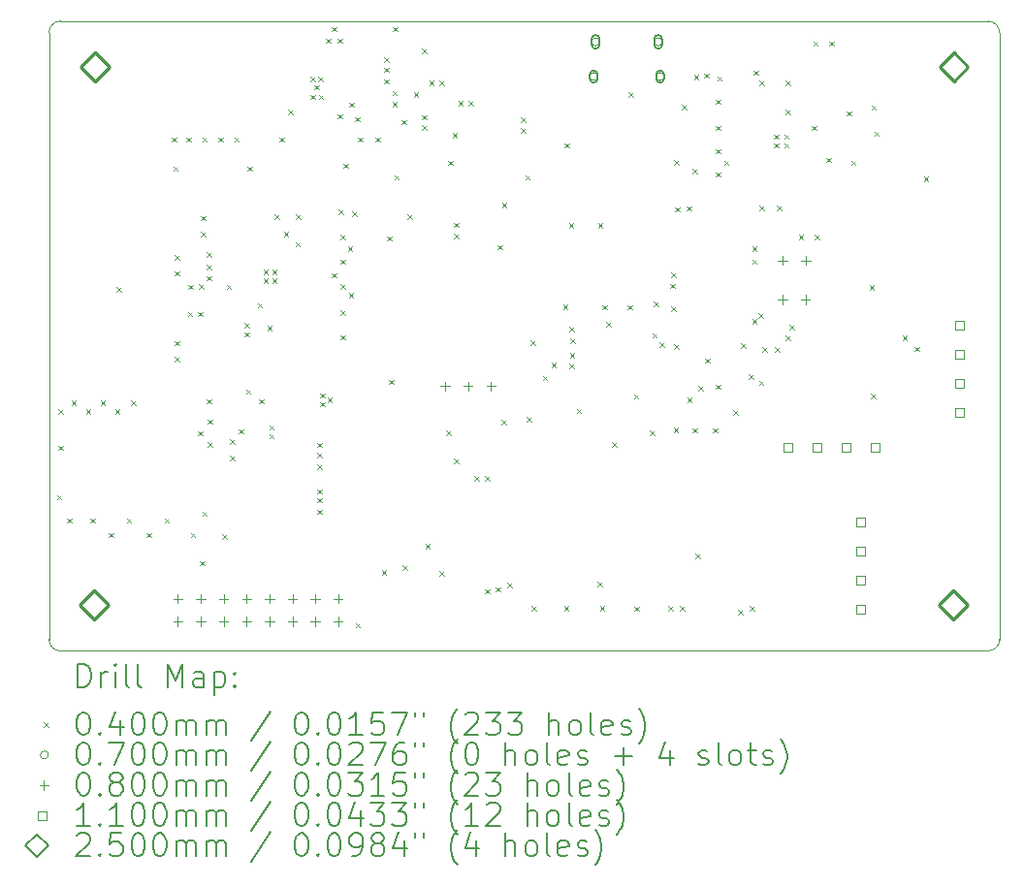
<source format=gbr>
%TF.GenerationSoftware,KiCad,Pcbnew,(6.0.11-0)*%
%TF.CreationDate,2023-04-07T11:55:59-07:00*%
%TF.ProjectId,SADA_Board,53414441-5f42-46f6-9172-642e6b696361,rev?*%
%TF.SameCoordinates,Original*%
%TF.FileFunction,Drillmap*%
%TF.FilePolarity,Positive*%
%FSLAX45Y45*%
G04 Gerber Fmt 4.5, Leading zero omitted, Abs format (unit mm)*
G04 Created by KiCad (PCBNEW (6.0.11-0)) date 2023-04-07 11:55:59*
%MOMM*%
%LPD*%
G01*
G04 APERTURE LIST*
%ADD10C,0.100000*%
%ADD11C,0.200000*%
%ADD12C,0.040000*%
%ADD13C,0.070000*%
%ADD14C,0.080000*%
%ADD15C,0.110000*%
%ADD16C,0.250000*%
G04 APERTURE END LIST*
D10*
X10478509Y-12217000D02*
X10478509Y-6916714D01*
X10578514Y-6816709D02*
G75*
G03*
X10478509Y-6916714I-4J-100001D01*
G01*
X18778091Y-6916714D02*
X18778091Y-12217000D01*
X18678086Y-12317001D02*
G75*
G03*
X18778091Y-12217000I4J100001D01*
G01*
X10478505Y-12217000D02*
G75*
G03*
X10578514Y-12317005I100005J0D01*
G01*
X18778091Y-6916714D02*
G75*
G03*
X18678086Y-6816709I-100001J4D01*
G01*
X18678086Y-12317005D02*
X10578514Y-12317005D01*
X10578514Y-6816709D02*
X18678086Y-6816709D01*
D11*
D12*
X10547300Y-10956800D02*
X10587300Y-10996800D01*
X10587300Y-10956800D02*
X10547300Y-10996800D01*
X10560000Y-10207500D02*
X10600000Y-10247500D01*
X10600000Y-10207500D02*
X10560000Y-10247500D01*
X10560000Y-10525000D02*
X10600000Y-10565000D01*
X10600000Y-10525000D02*
X10560000Y-10565000D01*
X10636200Y-11160000D02*
X10676200Y-11200000D01*
X10676200Y-11160000D02*
X10636200Y-11200000D01*
X10674300Y-10131300D02*
X10714300Y-10171300D01*
X10714300Y-10131300D02*
X10674300Y-10171300D01*
X10801300Y-10207500D02*
X10841300Y-10247500D01*
X10841300Y-10207500D02*
X10801300Y-10247500D01*
X10839400Y-11160000D02*
X10879400Y-11200000D01*
X10879400Y-11160000D02*
X10839400Y-11200000D01*
X10928300Y-10131300D02*
X10968300Y-10171300D01*
X10968300Y-10131300D02*
X10928300Y-10171300D01*
X10996880Y-11287000D02*
X11036880Y-11327000D01*
X11036880Y-11287000D02*
X10996880Y-11327000D01*
X11055300Y-10207500D02*
X11095300Y-10247500D01*
X11095300Y-10207500D02*
X11055300Y-10247500D01*
X11068000Y-9140700D02*
X11108000Y-9180700D01*
X11108000Y-9140700D02*
X11068000Y-9180700D01*
X11156900Y-11160000D02*
X11196900Y-11200000D01*
X11196900Y-11160000D02*
X11156900Y-11200000D01*
X11195000Y-10131300D02*
X11235000Y-10171300D01*
X11235000Y-10131300D02*
X11195000Y-10171300D01*
X11332160Y-11287000D02*
X11372160Y-11327000D01*
X11372160Y-11287000D02*
X11332160Y-11327000D01*
X11487100Y-11160000D02*
X11527100Y-11200000D01*
X11527100Y-11160000D02*
X11487100Y-11200000D01*
X11550600Y-7832600D02*
X11590600Y-7872600D01*
X11590600Y-7832600D02*
X11550600Y-7872600D01*
X11563300Y-8086600D02*
X11603300Y-8126600D01*
X11603300Y-8086600D02*
X11563300Y-8126600D01*
X11576000Y-8861300D02*
X11616000Y-8901300D01*
X11616000Y-8861300D02*
X11576000Y-8901300D01*
X11576000Y-9001000D02*
X11616000Y-9041000D01*
X11616000Y-9001000D02*
X11576000Y-9041000D01*
X11576000Y-9610600D02*
X11616000Y-9650600D01*
X11616000Y-9610600D02*
X11576000Y-9650600D01*
X11576000Y-9750300D02*
X11616000Y-9790300D01*
X11616000Y-9750300D02*
X11576000Y-9790300D01*
X11677600Y-7832600D02*
X11717600Y-7872600D01*
X11717600Y-7832600D02*
X11677600Y-7872600D01*
X11690300Y-9356600D02*
X11730300Y-9396600D01*
X11730300Y-9356600D02*
X11690300Y-9396600D01*
X11692840Y-9117840D02*
X11732840Y-9157840D01*
X11732840Y-9117840D02*
X11692840Y-9157840D01*
X11715700Y-11287000D02*
X11755700Y-11327000D01*
X11755700Y-11287000D02*
X11715700Y-11327000D01*
X11779200Y-9356600D02*
X11819200Y-9396600D01*
X11819200Y-9356600D02*
X11779200Y-9396600D01*
X11779200Y-10398000D02*
X11819200Y-10438000D01*
X11819200Y-10398000D02*
X11779200Y-10438000D01*
X11789360Y-9115300D02*
X11829360Y-9155300D01*
X11829360Y-9115300D02*
X11789360Y-9155300D01*
X11794440Y-11530840D02*
X11834440Y-11570840D01*
X11834440Y-11530840D02*
X11794440Y-11570840D01*
X11804600Y-8518400D02*
X11844600Y-8558400D01*
X11844600Y-8518400D02*
X11804600Y-8558400D01*
X11804600Y-8658100D02*
X11844600Y-8698100D01*
X11844600Y-8658100D02*
X11804600Y-8698100D01*
X11817300Y-7832600D02*
X11857300Y-7872600D01*
X11857300Y-7832600D02*
X11817300Y-7872600D01*
X11817300Y-11099040D02*
X11857300Y-11139040D01*
X11857300Y-11099040D02*
X11817300Y-11139040D01*
X11855400Y-10118600D02*
X11895400Y-10158600D01*
X11895400Y-10118600D02*
X11855400Y-10158600D01*
X11857940Y-8835900D02*
X11897940Y-8875900D01*
X11897940Y-8835900D02*
X11857940Y-8875900D01*
X11857940Y-8942580D02*
X11897940Y-8982580D01*
X11897940Y-8942580D02*
X11857940Y-8982580D01*
X11857940Y-9041640D02*
X11897940Y-9081640D01*
X11897940Y-9041640D02*
X11857940Y-9081640D01*
X11860480Y-10497060D02*
X11900480Y-10537060D01*
X11900480Y-10497060D02*
X11860480Y-10537060D01*
X11863020Y-10296400D02*
X11903020Y-10336400D01*
X11903020Y-10296400D02*
X11863020Y-10336400D01*
X11957000Y-7832600D02*
X11997000Y-7872600D01*
X11997000Y-7832600D02*
X11957000Y-7872600D01*
X11990800Y-11296000D02*
X12030800Y-11336000D01*
X12030800Y-11296000D02*
X11990800Y-11336000D01*
X12028120Y-9117840D02*
X12068120Y-9157840D01*
X12068120Y-9117840D02*
X12028120Y-9157840D01*
X12058600Y-10613900D02*
X12098600Y-10653900D01*
X12098600Y-10613900D02*
X12058600Y-10653900D01*
X12061200Y-10467250D02*
X12101200Y-10507250D01*
X12101200Y-10467250D02*
X12061200Y-10507250D01*
X12096700Y-7832600D02*
X12136700Y-7872600D01*
X12136700Y-7832600D02*
X12096700Y-7872600D01*
X12134200Y-10379000D02*
X12174200Y-10419000D01*
X12174200Y-10379000D02*
X12134200Y-10419000D01*
X12183060Y-9450580D02*
X12223060Y-9490580D01*
X12223060Y-9450580D02*
X12183060Y-9490580D01*
X12183060Y-9534400D02*
X12223060Y-9574400D01*
X12223060Y-9534400D02*
X12183060Y-9574400D01*
X12197200Y-10033000D02*
X12237200Y-10073000D01*
X12237200Y-10033000D02*
X12197200Y-10073000D01*
X12211000Y-8086600D02*
X12251000Y-8126600D01*
X12251000Y-8086600D02*
X12211000Y-8126600D01*
X12299900Y-9280400D02*
X12339900Y-9320400D01*
X12339900Y-9280400D02*
X12299900Y-9320400D01*
X12312600Y-10118600D02*
X12352600Y-10158600D01*
X12352600Y-10118600D02*
X12312600Y-10158600D01*
X12350700Y-8988300D02*
X12390700Y-9028300D01*
X12390700Y-8988300D02*
X12350700Y-9028300D01*
X12350700Y-9064500D02*
X12390700Y-9104500D01*
X12390700Y-9064500D02*
X12350700Y-9104500D01*
X12383720Y-9478520D02*
X12423720Y-9518520D01*
X12423720Y-9478520D02*
X12383720Y-9518520D01*
X12401500Y-10347200D02*
X12441500Y-10387200D01*
X12441500Y-10347200D02*
X12401500Y-10387200D01*
X12401500Y-10423400D02*
X12441500Y-10463400D01*
X12441500Y-10423400D02*
X12401500Y-10463400D01*
X12426900Y-8988300D02*
X12466900Y-9028300D01*
X12466900Y-8988300D02*
X12426900Y-9028300D01*
X12426900Y-9064500D02*
X12466900Y-9104500D01*
X12466900Y-9064500D02*
X12426900Y-9104500D01*
X12447220Y-8505700D02*
X12487220Y-8545700D01*
X12487220Y-8505700D02*
X12447220Y-8545700D01*
X12490400Y-7832600D02*
X12530400Y-7872600D01*
X12530400Y-7832600D02*
X12490400Y-7872600D01*
X12528500Y-8658100D02*
X12568500Y-8698100D01*
X12568500Y-8658100D02*
X12528500Y-8698100D01*
X12566600Y-7591000D02*
X12606600Y-7631000D01*
X12606600Y-7591000D02*
X12566600Y-7631000D01*
X12630100Y-8747000D02*
X12670100Y-8787000D01*
X12670100Y-8747000D02*
X12630100Y-8787000D01*
X12632640Y-8503160D02*
X12672640Y-8543160D01*
X12672640Y-8503160D02*
X12632640Y-8543160D01*
X12758800Y-7301000D02*
X12798800Y-7341000D01*
X12798800Y-7301000D02*
X12758800Y-7341000D01*
X12758800Y-7458000D02*
X12798800Y-7498000D01*
X12798800Y-7458000D02*
X12758800Y-7498000D01*
X12792800Y-7375400D02*
X12832800Y-7415400D01*
X12832800Y-7375400D02*
X12792800Y-7415400D01*
X12820600Y-10499600D02*
X12860600Y-10539600D01*
X12860600Y-10499600D02*
X12820600Y-10539600D01*
X12820600Y-10588500D02*
X12860600Y-10628500D01*
X12860600Y-10588500D02*
X12820600Y-10628500D01*
X12820600Y-10690100D02*
X12860600Y-10730100D01*
X12860600Y-10690100D02*
X12820600Y-10730100D01*
X12820600Y-10906000D02*
X12860600Y-10946000D01*
X12860600Y-10906000D02*
X12820600Y-10946000D01*
X12820600Y-10982200D02*
X12860600Y-11022200D01*
X12860600Y-10982200D02*
X12820600Y-11022200D01*
X12820600Y-11083800D02*
X12860600Y-11123800D01*
X12860600Y-11083800D02*
X12820600Y-11123800D01*
X12828800Y-7302000D02*
X12868800Y-7342000D01*
X12868800Y-7302000D02*
X12828800Y-7342000D01*
X12833800Y-7458000D02*
X12873800Y-7498000D01*
X12873800Y-7458000D02*
X12833800Y-7498000D01*
X12846000Y-10067800D02*
X12886000Y-10107800D01*
X12886000Y-10067800D02*
X12846000Y-10107800D01*
X12846000Y-10144000D02*
X12886000Y-10184000D01*
X12886000Y-10144000D02*
X12846000Y-10184000D01*
X12896800Y-6969000D02*
X12936800Y-7009000D01*
X12936800Y-6969000D02*
X12896800Y-7009000D01*
X12909500Y-10105900D02*
X12949500Y-10145900D01*
X12949500Y-10105900D02*
X12909500Y-10145900D01*
X12947600Y-6867400D02*
X12987600Y-6907400D01*
X12987600Y-6867400D02*
X12947600Y-6907400D01*
X12949710Y-9015810D02*
X12989710Y-9055810D01*
X12989710Y-9015810D02*
X12949710Y-9055810D01*
X12998400Y-6969000D02*
X13038400Y-7009000D01*
X13038400Y-6969000D02*
X12998400Y-7009000D01*
X12998400Y-7629400D02*
X13038400Y-7669400D01*
X13038400Y-7629400D02*
X12998400Y-7669400D01*
X13008560Y-8465060D02*
X13048560Y-8505060D01*
X13048560Y-8465060D02*
X13008560Y-8505060D01*
X13023800Y-8683500D02*
X13063800Y-8723500D01*
X13063800Y-8683500D02*
X13023800Y-8723500D01*
X13023800Y-8899400D02*
X13063800Y-8939400D01*
X13063800Y-8899400D02*
X13023800Y-8939400D01*
X13023800Y-9115300D02*
X13063800Y-9155300D01*
X13063800Y-9115300D02*
X13023800Y-9155300D01*
X13023800Y-9343900D02*
X13063800Y-9383900D01*
X13063800Y-9343900D02*
X13023800Y-9383900D01*
X13023800Y-9559800D02*
X13063800Y-9599800D01*
X13063800Y-9559800D02*
X13023800Y-9599800D01*
X13049200Y-8061200D02*
X13089200Y-8101200D01*
X13089200Y-8061200D02*
X13049200Y-8101200D01*
X13087300Y-8785100D02*
X13127300Y-8825100D01*
X13127300Y-8785100D02*
X13087300Y-8825100D01*
X13094920Y-9188960D02*
X13134920Y-9228960D01*
X13134920Y-9188960D02*
X13094920Y-9228960D01*
X13100000Y-7527800D02*
X13140000Y-7567800D01*
X13140000Y-7527800D02*
X13100000Y-7567800D01*
X13125400Y-8480300D02*
X13165400Y-8520300D01*
X13165400Y-8480300D02*
X13125400Y-8520300D01*
X13150800Y-7654800D02*
X13190800Y-7694800D01*
X13190800Y-7654800D02*
X13150800Y-7694800D01*
X13154200Y-12074310D02*
X13194200Y-12114310D01*
X13194200Y-12074310D02*
X13154200Y-12114310D01*
X13176200Y-7832600D02*
X13216200Y-7872600D01*
X13216200Y-7832600D02*
X13176200Y-7872600D01*
X13328600Y-7832600D02*
X13368600Y-7872600D01*
X13368600Y-7832600D02*
X13328600Y-7872600D01*
X13384200Y-11611000D02*
X13424200Y-11651000D01*
X13424200Y-11611000D02*
X13384200Y-11651000D01*
X13404800Y-7134100D02*
X13444800Y-7174100D01*
X13444800Y-7134100D02*
X13404800Y-7174100D01*
X13404800Y-7223000D02*
X13444800Y-7263000D01*
X13444800Y-7223000D02*
X13404800Y-7263000D01*
X13404800Y-7324600D02*
X13444800Y-7364600D01*
X13444800Y-7324600D02*
X13404800Y-7364600D01*
X13430200Y-8696200D02*
X13470200Y-8736200D01*
X13470200Y-8696200D02*
X13430200Y-8736200D01*
X13445200Y-9949000D02*
X13485200Y-9989000D01*
X13485200Y-9949000D02*
X13445200Y-9989000D01*
X13476800Y-7426200D02*
X13516800Y-7466200D01*
X13516800Y-7426200D02*
X13476800Y-7466200D01*
X13476800Y-7523000D02*
X13516800Y-7563000D01*
X13516800Y-7523000D02*
X13476800Y-7563000D01*
X13481000Y-6867400D02*
X13521000Y-6907400D01*
X13521000Y-6867400D02*
X13481000Y-6907400D01*
X13493700Y-8162800D02*
X13533700Y-8202800D01*
X13533700Y-8162800D02*
X13493700Y-8202800D01*
X13557200Y-7680200D02*
X13597200Y-7720200D01*
X13597200Y-7680200D02*
X13557200Y-7720200D01*
X13564200Y-11571000D02*
X13604200Y-11611000D01*
X13604200Y-11571000D02*
X13564200Y-11611000D01*
X13608000Y-8505700D02*
X13648000Y-8545700D01*
X13648000Y-8505700D02*
X13608000Y-8545700D01*
X13661800Y-7437000D02*
X13701800Y-7477000D01*
X13701800Y-7437000D02*
X13661800Y-7477000D01*
X13733800Y-7727000D02*
X13773800Y-7767000D01*
X13773800Y-7727000D02*
X13733800Y-7767000D01*
X13735000Y-7057900D02*
X13775000Y-7097900D01*
X13775000Y-7057900D02*
X13735000Y-7097900D01*
X13735800Y-7637000D02*
X13775800Y-7677000D01*
X13775800Y-7637000D02*
X13735800Y-7677000D01*
X13764200Y-11381000D02*
X13804200Y-11421000D01*
X13804200Y-11381000D02*
X13764200Y-11421000D01*
X13798500Y-7337300D02*
X13838500Y-7377300D01*
X13838500Y-7337300D02*
X13798500Y-7377300D01*
X13884200Y-11621000D02*
X13924200Y-11661000D01*
X13924200Y-11621000D02*
X13884200Y-11661000D01*
X13887400Y-7337300D02*
X13927400Y-7377300D01*
X13927400Y-7337300D02*
X13887400Y-7377300D01*
X13945820Y-10390380D02*
X13985820Y-10430380D01*
X13985820Y-10390380D02*
X13945820Y-10430380D01*
X13963600Y-8035800D02*
X14003600Y-8075800D01*
X14003600Y-8035800D02*
X13963600Y-8075800D01*
X14001700Y-7794500D02*
X14041700Y-7834500D01*
X14041700Y-7794500D02*
X14001700Y-7834500D01*
X14012800Y-8673000D02*
X14052800Y-8713000D01*
X14052800Y-8673000D02*
X14012800Y-8713000D01*
X14014200Y-10641000D02*
X14054200Y-10681000D01*
X14054200Y-10641000D02*
X14014200Y-10681000D01*
X14014400Y-8576000D02*
X14054400Y-8616000D01*
X14054400Y-8576000D02*
X14014400Y-8616000D01*
X14052500Y-7515100D02*
X14092500Y-7555100D01*
X14092500Y-7515100D02*
X14052500Y-7555100D01*
X14141400Y-7515100D02*
X14181400Y-7555100D01*
X14181400Y-7515100D02*
X14141400Y-7555100D01*
X14192720Y-10791180D02*
X14232720Y-10831180D01*
X14232720Y-10791180D02*
X14192720Y-10831180D01*
X14282184Y-11777135D02*
X14322184Y-11817135D01*
X14322184Y-11777135D02*
X14282184Y-11817135D01*
X14284120Y-10792180D02*
X14324120Y-10832180D01*
X14324120Y-10792180D02*
X14284120Y-10832180D01*
X14380701Y-11760270D02*
X14420701Y-11800270D01*
X14420701Y-11760270D02*
X14380701Y-11800270D01*
X14395400Y-8772400D02*
X14435400Y-8812400D01*
X14435400Y-8772400D02*
X14395400Y-8812400D01*
X14428420Y-10301480D02*
X14468420Y-10341480D01*
X14468420Y-10301480D02*
X14428420Y-10341480D01*
X14433500Y-8404100D02*
X14473500Y-8444100D01*
X14473500Y-8404100D02*
X14433500Y-8444100D01*
X14481193Y-11720106D02*
X14521193Y-11760106D01*
X14521193Y-11720106D02*
X14481193Y-11760106D01*
X14599800Y-7661000D02*
X14639800Y-7701000D01*
X14639800Y-7661000D02*
X14599800Y-7701000D01*
X14599800Y-7751000D02*
X14639800Y-7791000D01*
X14639800Y-7751000D02*
X14599800Y-7791000D01*
X14636700Y-8162800D02*
X14676700Y-8202800D01*
X14676700Y-8162800D02*
X14636700Y-8202800D01*
X14651940Y-10276080D02*
X14691940Y-10316080D01*
X14691940Y-10276080D02*
X14651940Y-10316080D01*
X14679880Y-9608060D02*
X14719880Y-9648060D01*
X14719880Y-9608060D02*
X14679880Y-9648060D01*
X14689080Y-11923540D02*
X14729080Y-11963540D01*
X14729080Y-11923540D02*
X14689080Y-11963540D01*
X14789100Y-9915400D02*
X14829100Y-9955400D01*
X14829100Y-9915400D02*
X14789100Y-9955400D01*
X14865300Y-9801100D02*
X14905300Y-9841100D01*
X14905300Y-9801100D02*
X14865300Y-9841100D01*
X14966900Y-9290560D02*
X15006900Y-9330560D01*
X15006900Y-9290560D02*
X14966900Y-9330560D01*
X14976100Y-11923540D02*
X15016100Y-11963540D01*
X15016100Y-11923540D02*
X14976100Y-11963540D01*
X14979600Y-7883400D02*
X15019600Y-7923400D01*
X15019600Y-7883400D02*
X14979600Y-7923400D01*
X15017700Y-8581900D02*
X15057700Y-8621900D01*
X15057700Y-8581900D02*
X15017700Y-8621900D01*
X15019740Y-9808220D02*
X15059740Y-9848220D01*
X15059740Y-9808220D02*
X15019740Y-9848220D01*
X15020240Y-9484930D02*
X15060240Y-9524930D01*
X15060240Y-9484930D02*
X15020240Y-9524930D01*
X15025320Y-9714740D02*
X15065320Y-9754740D01*
X15065320Y-9714740D02*
X15025320Y-9754740D01*
X15030253Y-9590861D02*
X15070253Y-9630861D01*
X15070253Y-9590861D02*
X15030253Y-9630861D01*
X15084379Y-10203059D02*
X15124379Y-10243059D01*
X15124379Y-10203059D02*
X15084379Y-10243059D01*
X15264200Y-11711000D02*
X15304200Y-11751000D01*
X15304200Y-11711000D02*
X15264200Y-11751000D01*
X15271700Y-8581900D02*
X15311700Y-8621900D01*
X15311700Y-8581900D02*
X15271700Y-8621900D01*
X15288520Y-11926080D02*
X15328520Y-11966080D01*
X15328520Y-11926080D02*
X15288520Y-11966080D01*
X15308100Y-9297340D02*
X15348100Y-9337340D01*
X15348100Y-9297340D02*
X15308100Y-9337340D01*
X15340280Y-9445500D02*
X15380280Y-9485500D01*
X15380280Y-9445500D02*
X15340280Y-9485500D01*
X15393620Y-10494520D02*
X15433620Y-10534520D01*
X15433620Y-10494520D02*
X15393620Y-10534520D01*
X15530780Y-9295640D02*
X15570780Y-9335640D01*
X15570780Y-9295640D02*
X15530780Y-9335640D01*
X15535860Y-7438900D02*
X15575860Y-7478900D01*
X15575860Y-7438900D02*
X15535860Y-7478900D01*
X15584120Y-10075420D02*
X15624120Y-10115420D01*
X15624120Y-10075420D02*
X15584120Y-10115420D01*
X15590780Y-11928620D02*
X15630780Y-11968620D01*
X15630780Y-11928620D02*
X15590780Y-11968620D01*
X15723820Y-10390380D02*
X15763820Y-10430380D01*
X15763820Y-10390380D02*
X15723820Y-10430380D01*
X15744779Y-9542659D02*
X15784779Y-9582659D01*
X15784779Y-9542659D02*
X15744779Y-9582659D01*
X15756840Y-9267700D02*
X15796840Y-9307700D01*
X15796840Y-9267700D02*
X15756840Y-9307700D01*
X15808993Y-9619253D02*
X15848993Y-9659253D01*
X15848993Y-9619253D02*
X15808993Y-9659253D01*
X15885420Y-11926080D02*
X15925420Y-11966080D01*
X15925420Y-11926080D02*
X15885420Y-11966080D01*
X15903736Y-9110221D02*
X15943736Y-9150221D01*
X15943736Y-9110221D02*
X15903736Y-9150221D01*
X15907671Y-9010332D02*
X15947671Y-9050332D01*
X15947671Y-9010332D02*
X15907671Y-9050332D01*
X15912708Y-9309754D02*
X15952708Y-9349754D01*
X15952708Y-9309754D02*
X15912708Y-9349754D01*
X15932350Y-10369241D02*
X15972350Y-10409241D01*
X15972350Y-10369241D02*
X15932350Y-10409241D01*
X15937180Y-8033260D02*
X15977180Y-8073260D01*
X15977180Y-8033260D02*
X15937180Y-8073260D01*
X15937180Y-9641080D02*
X15977180Y-9681080D01*
X15977180Y-9641080D02*
X15937180Y-9681080D01*
X15946334Y-8441805D02*
X15986334Y-8481805D01*
X15986334Y-8441805D02*
X15946334Y-8481805D01*
X15989560Y-11926080D02*
X16029560Y-11966080D01*
X16029560Y-11926080D02*
X15989560Y-11966080D01*
X16003220Y-7545580D02*
X16043220Y-7585580D01*
X16043220Y-7545580D02*
X16003220Y-7585580D01*
X16045865Y-8432650D02*
X16085865Y-8472650D01*
X16085865Y-8432650D02*
X16045865Y-8472650D01*
X16050956Y-10107839D02*
X16090956Y-10147839D01*
X16090956Y-10107839D02*
X16050956Y-10147839D01*
X16094660Y-8109460D02*
X16134660Y-8149460D01*
X16134660Y-8109460D02*
X16094660Y-8149460D01*
X16097200Y-10372600D02*
X16137200Y-10412600D01*
X16137200Y-10372600D02*
X16097200Y-10412600D01*
X16109900Y-7286500D02*
X16149900Y-7326500D01*
X16149900Y-7286500D02*
X16109900Y-7326500D01*
X16124200Y-11471000D02*
X16164200Y-11511000D01*
X16164200Y-11471000D02*
X16124200Y-11511000D01*
X16148000Y-10004300D02*
X16188000Y-10044300D01*
X16188000Y-10004300D02*
X16148000Y-10044300D01*
X16198800Y-7273800D02*
X16238800Y-7313800D01*
X16238800Y-7273800D02*
X16198800Y-7313800D01*
X16206420Y-9763000D02*
X16246420Y-9803000D01*
X16246420Y-9763000D02*
X16206420Y-9803000D01*
X16275000Y-10372600D02*
X16315000Y-10412600D01*
X16315000Y-10372600D02*
X16275000Y-10412600D01*
X16300400Y-7502400D02*
X16340400Y-7542400D01*
X16340400Y-7502400D02*
X16300400Y-7542400D01*
X16300400Y-7731000D02*
X16340400Y-7771000D01*
X16340400Y-7731000D02*
X16300400Y-7771000D01*
X16300400Y-7934200D02*
X16340400Y-7974200D01*
X16340400Y-7934200D02*
X16300400Y-7974200D01*
X16300400Y-8137400D02*
X16340400Y-8177400D01*
X16340400Y-8137400D02*
X16300400Y-8177400D01*
X16300400Y-9991600D02*
X16340400Y-10031600D01*
X16340400Y-9991600D02*
X16300400Y-10031600D01*
X16313100Y-7299200D02*
X16353100Y-7339200D01*
X16353100Y-7299200D02*
X16313100Y-7339200D01*
X16371520Y-8035800D02*
X16411520Y-8075800D01*
X16411520Y-8035800D02*
X16371520Y-8075800D01*
X16452800Y-10217660D02*
X16492800Y-10257660D01*
X16492800Y-10217660D02*
X16452800Y-10257660D01*
X16494200Y-11961000D02*
X16534200Y-12001000D01*
X16534200Y-11961000D02*
X16494200Y-12001000D01*
X16518840Y-9633410D02*
X16558840Y-9673410D01*
X16558840Y-9633410D02*
X16518840Y-9673410D01*
X16584880Y-9902700D02*
X16624880Y-9942700D01*
X16624880Y-9902700D02*
X16584880Y-9942700D01*
X16594080Y-11923540D02*
X16634080Y-11963540D01*
X16634080Y-11923540D02*
X16594080Y-11963540D01*
X16617900Y-8785100D02*
X16657900Y-8825100D01*
X16657900Y-8785100D02*
X16617900Y-8825100D01*
X16617900Y-8899400D02*
X16657900Y-8939400D01*
X16657900Y-8899400D02*
X16617900Y-8939400D01*
X16617900Y-9420100D02*
X16657900Y-9460100D01*
X16657900Y-9420100D02*
X16617900Y-9460100D01*
X16630600Y-7248400D02*
X16670600Y-7288400D01*
X16670600Y-7248400D02*
X16630600Y-7288400D01*
X16671240Y-9367270D02*
X16711240Y-9407270D01*
X16711240Y-9367270D02*
X16671240Y-9407270D01*
X16676320Y-9956040D02*
X16716320Y-9996040D01*
X16716320Y-9956040D02*
X16676320Y-9996040D01*
X16681400Y-7337300D02*
X16721400Y-7377300D01*
X16721400Y-7337300D02*
X16681400Y-7377300D01*
X16681400Y-8429500D02*
X16721400Y-8469500D01*
X16721400Y-8429500D02*
X16681400Y-8469500D01*
X16706800Y-9666480D02*
X16746800Y-9706480D01*
X16746800Y-9666480D02*
X16706800Y-9706480D01*
X16808400Y-7807200D02*
X16848400Y-7847200D01*
X16848400Y-7807200D02*
X16808400Y-7847200D01*
X16808400Y-7883400D02*
X16848400Y-7923400D01*
X16848400Y-7883400D02*
X16808400Y-7923400D01*
X16816020Y-9663940D02*
X16856020Y-9703940D01*
X16856020Y-9663940D02*
X16816020Y-9703940D01*
X16833800Y-8429500D02*
X16873800Y-8469500D01*
X16873800Y-8429500D02*
X16833800Y-8469500D01*
X16897300Y-7807200D02*
X16937300Y-7847200D01*
X16937300Y-7807200D02*
X16897300Y-7847200D01*
X16897300Y-7883400D02*
X16937300Y-7923400D01*
X16937300Y-7883400D02*
X16897300Y-7923400D01*
X16910000Y-7337300D02*
X16950000Y-7377300D01*
X16950000Y-7337300D02*
X16910000Y-7377300D01*
X16910000Y-7591300D02*
X16950000Y-7631300D01*
X16950000Y-7591300D02*
X16910000Y-7631300D01*
X16910000Y-9562340D02*
X16950000Y-9602340D01*
X16950000Y-9562340D02*
X16910000Y-9602340D01*
X16940835Y-9467265D02*
X16980835Y-9507265D01*
X16980835Y-9467265D02*
X16940835Y-9507265D01*
X17024300Y-8683500D02*
X17064300Y-8723500D01*
X17064300Y-8683500D02*
X17024300Y-8723500D01*
X17138600Y-7731000D02*
X17178600Y-7771000D01*
X17178600Y-7731000D02*
X17138600Y-7771000D01*
X17151300Y-6994400D02*
X17191300Y-7034400D01*
X17191300Y-6994400D02*
X17151300Y-7034400D01*
X17164000Y-8683500D02*
X17204000Y-8723500D01*
X17204000Y-8683500D02*
X17164000Y-8723500D01*
X17265600Y-8010400D02*
X17305600Y-8050400D01*
X17305600Y-8010400D02*
X17265600Y-8050400D01*
X17291000Y-6994400D02*
X17331000Y-7034400D01*
X17331000Y-6994400D02*
X17291000Y-7034400D01*
X17443400Y-7604000D02*
X17483400Y-7644000D01*
X17483400Y-7604000D02*
X17443400Y-7644000D01*
X17481500Y-8035800D02*
X17521500Y-8075800D01*
X17521500Y-8035800D02*
X17481500Y-8075800D01*
X17641520Y-9122920D02*
X17681520Y-9162920D01*
X17681520Y-9122920D02*
X17641520Y-9162920D01*
X17651680Y-10072360D02*
X17691680Y-10112360D01*
X17691680Y-10072360D02*
X17651680Y-10112360D01*
X17659300Y-7553200D02*
X17699300Y-7593200D01*
X17699300Y-7553200D02*
X17659300Y-7593200D01*
X17684700Y-7781800D02*
X17724700Y-7821800D01*
X17724700Y-7781800D02*
X17684700Y-7821800D01*
X17929200Y-9564000D02*
X17969200Y-9604000D01*
X17969200Y-9564000D02*
X17929200Y-9604000D01*
X18037760Y-9661400D02*
X18077760Y-9701400D01*
X18077760Y-9661400D02*
X18037760Y-9701400D01*
X18116500Y-8175500D02*
X18156500Y-8215500D01*
X18156500Y-8175500D02*
X18116500Y-8215500D01*
D13*
X15269040Y-7300820D02*
G75*
G03*
X15269040Y-7300820I-35000J0D01*
G01*
D11*
X15269040Y-7318320D02*
X15269040Y-7283320D01*
X15199040Y-7318320D02*
X15199040Y-7283320D01*
X15269040Y-7283320D02*
G75*
G03*
X15199040Y-7283320I-35000J0D01*
G01*
X15199040Y-7318320D02*
G75*
G03*
X15269040Y-7318320I35000J0D01*
G01*
D13*
X15286540Y-6997820D02*
G75*
G03*
X15286540Y-6997820I-35000J0D01*
G01*
D11*
X15286540Y-7022820D02*
X15286540Y-6972820D01*
X15216540Y-7022820D02*
X15216540Y-6972820D01*
X15286540Y-6972820D02*
G75*
G03*
X15216540Y-6972820I-35000J0D01*
G01*
X15216540Y-7022820D02*
G75*
G03*
X15286540Y-7022820I35000J0D01*
G01*
D13*
X15831540Y-6997820D02*
G75*
G03*
X15831540Y-6997820I-35000J0D01*
G01*
D11*
X15831540Y-7022820D02*
X15831540Y-6972820D01*
X15761540Y-7022820D02*
X15761540Y-6972820D01*
X15831540Y-6972820D02*
G75*
G03*
X15761540Y-6972820I-35000J0D01*
G01*
X15761540Y-7022820D02*
G75*
G03*
X15831540Y-7022820I35000J0D01*
G01*
D13*
X15849040Y-7300820D02*
G75*
G03*
X15849040Y-7300820I-35000J0D01*
G01*
D11*
X15849040Y-7318320D02*
X15849040Y-7283320D01*
X15779040Y-7318320D02*
X15779040Y-7283320D01*
X15849040Y-7283320D02*
G75*
G03*
X15779040Y-7283320I-35000J0D01*
G01*
X15779040Y-7318320D02*
G75*
G03*
X15849040Y-7318320I35000J0D01*
G01*
D14*
X11603160Y-11820720D02*
X11603160Y-11900720D01*
X11563160Y-11860720D02*
X11643160Y-11860720D01*
X11603160Y-12020720D02*
X11603160Y-12100720D01*
X11563160Y-12060720D02*
X11643160Y-12060720D01*
X11803160Y-11820720D02*
X11803160Y-11900720D01*
X11763160Y-11860720D02*
X11843160Y-11860720D01*
X11803160Y-12020720D02*
X11803160Y-12100720D01*
X11763160Y-12060720D02*
X11843160Y-12060720D01*
X12003160Y-11820720D02*
X12003160Y-11900720D01*
X11963160Y-11860720D02*
X12043160Y-11860720D01*
X12003160Y-12020720D02*
X12003160Y-12100720D01*
X11963160Y-12060720D02*
X12043160Y-12060720D01*
X12203160Y-11820720D02*
X12203160Y-11900720D01*
X12163160Y-11860720D02*
X12243160Y-11860720D01*
X12203160Y-12020720D02*
X12203160Y-12100720D01*
X12163160Y-12060720D02*
X12243160Y-12060720D01*
X12403160Y-11820720D02*
X12403160Y-11900720D01*
X12363160Y-11860720D02*
X12443160Y-11860720D01*
X12403160Y-12020720D02*
X12403160Y-12100720D01*
X12363160Y-12060720D02*
X12443160Y-12060720D01*
X12603160Y-11820720D02*
X12603160Y-11900720D01*
X12563160Y-11860720D02*
X12643160Y-11860720D01*
X12603160Y-12020720D02*
X12603160Y-12100720D01*
X12563160Y-12060720D02*
X12643160Y-12060720D01*
X12803160Y-11820720D02*
X12803160Y-11900720D01*
X12763160Y-11860720D02*
X12843160Y-11860720D01*
X12803160Y-12020720D02*
X12803160Y-12100720D01*
X12763160Y-12060720D02*
X12843160Y-12060720D01*
X13003160Y-11820720D02*
X13003160Y-11900720D01*
X12963160Y-11860720D02*
X13043160Y-11860720D01*
X13003160Y-12020720D02*
X13003160Y-12100720D01*
X12963160Y-12060720D02*
X13043160Y-12060720D01*
X13937880Y-9963980D02*
X13937880Y-10043980D01*
X13897880Y-10003980D02*
X13977880Y-10003980D01*
X14137880Y-9963980D02*
X14137880Y-10043980D01*
X14097880Y-10003980D02*
X14177880Y-10003980D01*
X14337880Y-9963980D02*
X14337880Y-10043980D01*
X14297880Y-10003980D02*
X14377880Y-10003980D01*
X16884280Y-9207060D02*
X16884280Y-9287060D01*
X16844280Y-9247060D02*
X16924280Y-9247060D01*
X16884940Y-8866700D02*
X16884940Y-8946700D01*
X16844940Y-8906700D02*
X16924940Y-8906700D01*
X17084280Y-9207060D02*
X17084280Y-9287060D01*
X17044280Y-9247060D02*
X17124280Y-9247060D01*
X17084940Y-8866700D02*
X17084940Y-8946700D01*
X17044940Y-8906700D02*
X17124940Y-8906700D01*
D15*
X16969091Y-10575891D02*
X16969091Y-10498109D01*
X16891309Y-10498109D01*
X16891309Y-10575891D01*
X16969091Y-10575891D01*
X17223091Y-10575891D02*
X17223091Y-10498109D01*
X17145309Y-10498109D01*
X17145309Y-10575891D01*
X17223091Y-10575891D01*
X17477091Y-10575891D02*
X17477091Y-10498109D01*
X17399309Y-10498109D01*
X17399309Y-10575891D01*
X17477091Y-10575891D01*
X17603091Y-11228891D02*
X17603091Y-11151109D01*
X17525309Y-11151109D01*
X17525309Y-11228891D01*
X17603091Y-11228891D01*
X17603091Y-11482891D02*
X17603091Y-11405109D01*
X17525309Y-11405109D01*
X17525309Y-11482891D01*
X17603091Y-11482891D01*
X17603091Y-11736891D02*
X17603091Y-11659109D01*
X17525309Y-11659109D01*
X17525309Y-11736891D01*
X17603091Y-11736891D01*
X17603091Y-11990891D02*
X17603091Y-11913109D01*
X17525309Y-11913109D01*
X17525309Y-11990891D01*
X17603091Y-11990891D01*
X17731091Y-10575891D02*
X17731091Y-10498109D01*
X17653309Y-10498109D01*
X17653309Y-10575891D01*
X17731091Y-10575891D01*
X18470031Y-9514551D02*
X18470031Y-9436769D01*
X18392249Y-9436769D01*
X18392249Y-9514551D01*
X18470031Y-9514551D01*
X18470031Y-9768551D02*
X18470031Y-9690769D01*
X18392249Y-9690769D01*
X18392249Y-9768551D01*
X18470031Y-9768551D01*
X18470031Y-10022551D02*
X18470031Y-9944769D01*
X18392249Y-9944769D01*
X18392249Y-10022551D01*
X18470031Y-10022551D01*
X18470031Y-10276551D02*
X18470031Y-10198769D01*
X18392249Y-10198769D01*
X18392249Y-10276551D01*
X18470031Y-10276551D01*
D16*
X10872000Y-12040660D02*
X10997000Y-11915660D01*
X10872000Y-11790660D01*
X10747000Y-11915660D01*
X10872000Y-12040660D01*
X10878400Y-7342000D02*
X11003400Y-7217000D01*
X10878400Y-7092000D01*
X10753400Y-7217000D01*
X10878400Y-7342000D01*
X18372600Y-12042000D02*
X18497600Y-11917000D01*
X18372600Y-11792000D01*
X18247600Y-11917000D01*
X18372600Y-12042000D01*
X18378400Y-7342000D02*
X18503400Y-7217000D01*
X18378400Y-7092000D01*
X18253400Y-7217000D01*
X18378400Y-7342000D01*
D11*
X10731128Y-12632481D02*
X10731128Y-12432481D01*
X10778747Y-12432481D01*
X10807319Y-12442005D01*
X10826366Y-12461052D01*
X10835890Y-12480100D01*
X10845414Y-12518195D01*
X10845414Y-12546767D01*
X10835890Y-12584862D01*
X10826366Y-12603910D01*
X10807319Y-12622957D01*
X10778747Y-12632481D01*
X10731128Y-12632481D01*
X10931128Y-12632481D02*
X10931128Y-12499148D01*
X10931128Y-12537243D02*
X10940652Y-12518195D01*
X10950176Y-12508671D01*
X10969223Y-12499148D01*
X10988271Y-12499148D01*
X11054938Y-12632481D02*
X11054938Y-12499148D01*
X11054938Y-12432481D02*
X11045414Y-12442005D01*
X11054938Y-12451529D01*
X11064462Y-12442005D01*
X11054938Y-12432481D01*
X11054938Y-12451529D01*
X11178747Y-12632481D02*
X11159700Y-12622957D01*
X11150176Y-12603910D01*
X11150176Y-12432481D01*
X11283509Y-12632481D02*
X11264461Y-12622957D01*
X11254938Y-12603910D01*
X11254938Y-12432481D01*
X11512081Y-12632481D02*
X11512081Y-12432481D01*
X11578747Y-12575338D01*
X11645414Y-12432481D01*
X11645414Y-12632481D01*
X11826366Y-12632481D02*
X11826366Y-12527719D01*
X11816842Y-12508671D01*
X11797795Y-12499148D01*
X11759700Y-12499148D01*
X11740652Y-12508671D01*
X11826366Y-12622957D02*
X11807319Y-12632481D01*
X11759700Y-12632481D01*
X11740652Y-12622957D01*
X11731128Y-12603910D01*
X11731128Y-12584862D01*
X11740652Y-12565814D01*
X11759700Y-12556291D01*
X11807319Y-12556291D01*
X11826366Y-12546767D01*
X11921604Y-12499148D02*
X11921604Y-12699148D01*
X11921604Y-12508671D02*
X11940652Y-12499148D01*
X11978747Y-12499148D01*
X11997795Y-12508671D01*
X12007319Y-12518195D01*
X12016842Y-12537243D01*
X12016842Y-12594386D01*
X12007319Y-12613433D01*
X11997795Y-12622957D01*
X11978747Y-12632481D01*
X11940652Y-12632481D01*
X11921604Y-12622957D01*
X12102557Y-12613433D02*
X12112081Y-12622957D01*
X12102557Y-12632481D01*
X12093033Y-12622957D01*
X12102557Y-12613433D01*
X12102557Y-12632481D01*
X12102557Y-12508671D02*
X12112081Y-12518195D01*
X12102557Y-12527719D01*
X12093033Y-12518195D01*
X12102557Y-12508671D01*
X12102557Y-12527719D01*
D12*
X10433509Y-12942005D02*
X10473509Y-12982005D01*
X10473509Y-12942005D02*
X10433509Y-12982005D01*
D11*
X10769223Y-12852481D02*
X10788271Y-12852481D01*
X10807319Y-12862005D01*
X10816843Y-12871529D01*
X10826366Y-12890576D01*
X10835890Y-12928671D01*
X10835890Y-12976291D01*
X10826366Y-13014386D01*
X10816843Y-13033433D01*
X10807319Y-13042957D01*
X10788271Y-13052481D01*
X10769223Y-13052481D01*
X10750176Y-13042957D01*
X10740652Y-13033433D01*
X10731128Y-13014386D01*
X10721604Y-12976291D01*
X10721604Y-12928671D01*
X10731128Y-12890576D01*
X10740652Y-12871529D01*
X10750176Y-12862005D01*
X10769223Y-12852481D01*
X10921604Y-13033433D02*
X10931128Y-13042957D01*
X10921604Y-13052481D01*
X10912081Y-13042957D01*
X10921604Y-13033433D01*
X10921604Y-13052481D01*
X11102557Y-12919148D02*
X11102557Y-13052481D01*
X11054938Y-12842957D02*
X11007319Y-12985814D01*
X11131128Y-12985814D01*
X11245414Y-12852481D02*
X11264461Y-12852481D01*
X11283509Y-12862005D01*
X11293033Y-12871529D01*
X11302557Y-12890576D01*
X11312081Y-12928671D01*
X11312081Y-12976291D01*
X11302557Y-13014386D01*
X11293033Y-13033433D01*
X11283509Y-13042957D01*
X11264461Y-13052481D01*
X11245414Y-13052481D01*
X11226366Y-13042957D01*
X11216842Y-13033433D01*
X11207319Y-13014386D01*
X11197795Y-12976291D01*
X11197795Y-12928671D01*
X11207319Y-12890576D01*
X11216842Y-12871529D01*
X11226366Y-12862005D01*
X11245414Y-12852481D01*
X11435890Y-12852481D02*
X11454938Y-12852481D01*
X11473985Y-12862005D01*
X11483509Y-12871529D01*
X11493033Y-12890576D01*
X11502557Y-12928671D01*
X11502557Y-12976291D01*
X11493033Y-13014386D01*
X11483509Y-13033433D01*
X11473985Y-13042957D01*
X11454938Y-13052481D01*
X11435890Y-13052481D01*
X11416842Y-13042957D01*
X11407319Y-13033433D01*
X11397795Y-13014386D01*
X11388271Y-12976291D01*
X11388271Y-12928671D01*
X11397795Y-12890576D01*
X11407319Y-12871529D01*
X11416842Y-12862005D01*
X11435890Y-12852481D01*
X11588271Y-13052481D02*
X11588271Y-12919148D01*
X11588271Y-12938195D02*
X11597795Y-12928671D01*
X11616842Y-12919148D01*
X11645414Y-12919148D01*
X11664461Y-12928671D01*
X11673985Y-12947719D01*
X11673985Y-13052481D01*
X11673985Y-12947719D02*
X11683509Y-12928671D01*
X11702557Y-12919148D01*
X11731128Y-12919148D01*
X11750176Y-12928671D01*
X11759700Y-12947719D01*
X11759700Y-13052481D01*
X11854938Y-13052481D02*
X11854938Y-12919148D01*
X11854938Y-12938195D02*
X11864461Y-12928671D01*
X11883509Y-12919148D01*
X11912081Y-12919148D01*
X11931128Y-12928671D01*
X11940652Y-12947719D01*
X11940652Y-13052481D01*
X11940652Y-12947719D02*
X11950176Y-12928671D01*
X11969223Y-12919148D01*
X11997795Y-12919148D01*
X12016842Y-12928671D01*
X12026366Y-12947719D01*
X12026366Y-13052481D01*
X12416842Y-12842957D02*
X12245414Y-13100100D01*
X12673985Y-12852481D02*
X12693033Y-12852481D01*
X12712081Y-12862005D01*
X12721604Y-12871529D01*
X12731128Y-12890576D01*
X12740652Y-12928671D01*
X12740652Y-12976291D01*
X12731128Y-13014386D01*
X12721604Y-13033433D01*
X12712081Y-13042957D01*
X12693033Y-13052481D01*
X12673985Y-13052481D01*
X12654938Y-13042957D01*
X12645414Y-13033433D01*
X12635890Y-13014386D01*
X12626366Y-12976291D01*
X12626366Y-12928671D01*
X12635890Y-12890576D01*
X12645414Y-12871529D01*
X12654938Y-12862005D01*
X12673985Y-12852481D01*
X12826366Y-13033433D02*
X12835890Y-13042957D01*
X12826366Y-13052481D01*
X12816842Y-13042957D01*
X12826366Y-13033433D01*
X12826366Y-13052481D01*
X12959700Y-12852481D02*
X12978747Y-12852481D01*
X12997795Y-12862005D01*
X13007319Y-12871529D01*
X13016842Y-12890576D01*
X13026366Y-12928671D01*
X13026366Y-12976291D01*
X13016842Y-13014386D01*
X13007319Y-13033433D01*
X12997795Y-13042957D01*
X12978747Y-13052481D01*
X12959700Y-13052481D01*
X12940652Y-13042957D01*
X12931128Y-13033433D01*
X12921604Y-13014386D01*
X12912081Y-12976291D01*
X12912081Y-12928671D01*
X12921604Y-12890576D01*
X12931128Y-12871529D01*
X12940652Y-12862005D01*
X12959700Y-12852481D01*
X13216842Y-13052481D02*
X13102557Y-13052481D01*
X13159700Y-13052481D02*
X13159700Y-12852481D01*
X13140652Y-12881052D01*
X13121604Y-12900100D01*
X13102557Y-12909624D01*
X13397795Y-12852481D02*
X13302557Y-12852481D01*
X13293033Y-12947719D01*
X13302557Y-12938195D01*
X13321604Y-12928671D01*
X13369223Y-12928671D01*
X13388271Y-12938195D01*
X13397795Y-12947719D01*
X13407319Y-12966767D01*
X13407319Y-13014386D01*
X13397795Y-13033433D01*
X13388271Y-13042957D01*
X13369223Y-13052481D01*
X13321604Y-13052481D01*
X13302557Y-13042957D01*
X13293033Y-13033433D01*
X13473985Y-12852481D02*
X13607319Y-12852481D01*
X13521604Y-13052481D01*
X13673985Y-12852481D02*
X13673985Y-12890576D01*
X13750176Y-12852481D02*
X13750176Y-12890576D01*
X14045414Y-13128671D02*
X14035890Y-13119148D01*
X14016842Y-13090576D01*
X14007319Y-13071529D01*
X13997795Y-13042957D01*
X13988271Y-12995338D01*
X13988271Y-12957243D01*
X13997795Y-12909624D01*
X14007319Y-12881052D01*
X14016842Y-12862005D01*
X14035890Y-12833433D01*
X14045414Y-12823910D01*
X14112081Y-12871529D02*
X14121604Y-12862005D01*
X14140652Y-12852481D01*
X14188271Y-12852481D01*
X14207319Y-12862005D01*
X14216842Y-12871529D01*
X14226366Y-12890576D01*
X14226366Y-12909624D01*
X14216842Y-12938195D01*
X14102557Y-13052481D01*
X14226366Y-13052481D01*
X14293033Y-12852481D02*
X14416842Y-12852481D01*
X14350176Y-12928671D01*
X14378747Y-12928671D01*
X14397795Y-12938195D01*
X14407319Y-12947719D01*
X14416842Y-12966767D01*
X14416842Y-13014386D01*
X14407319Y-13033433D01*
X14397795Y-13042957D01*
X14378747Y-13052481D01*
X14321604Y-13052481D01*
X14302557Y-13042957D01*
X14293033Y-13033433D01*
X14483509Y-12852481D02*
X14607319Y-12852481D01*
X14540652Y-12928671D01*
X14569223Y-12928671D01*
X14588271Y-12938195D01*
X14597795Y-12947719D01*
X14607319Y-12966767D01*
X14607319Y-13014386D01*
X14597795Y-13033433D01*
X14588271Y-13042957D01*
X14569223Y-13052481D01*
X14512081Y-13052481D01*
X14493033Y-13042957D01*
X14483509Y-13033433D01*
X14845414Y-13052481D02*
X14845414Y-12852481D01*
X14931128Y-13052481D02*
X14931128Y-12947719D01*
X14921604Y-12928671D01*
X14902557Y-12919148D01*
X14873985Y-12919148D01*
X14854938Y-12928671D01*
X14845414Y-12938195D01*
X15054938Y-13052481D02*
X15035890Y-13042957D01*
X15026366Y-13033433D01*
X15016842Y-13014386D01*
X15016842Y-12957243D01*
X15026366Y-12938195D01*
X15035890Y-12928671D01*
X15054938Y-12919148D01*
X15083509Y-12919148D01*
X15102557Y-12928671D01*
X15112081Y-12938195D01*
X15121604Y-12957243D01*
X15121604Y-13014386D01*
X15112081Y-13033433D01*
X15102557Y-13042957D01*
X15083509Y-13052481D01*
X15054938Y-13052481D01*
X15235890Y-13052481D02*
X15216842Y-13042957D01*
X15207319Y-13023910D01*
X15207319Y-12852481D01*
X15388271Y-13042957D02*
X15369223Y-13052481D01*
X15331128Y-13052481D01*
X15312081Y-13042957D01*
X15302557Y-13023910D01*
X15302557Y-12947719D01*
X15312081Y-12928671D01*
X15331128Y-12919148D01*
X15369223Y-12919148D01*
X15388271Y-12928671D01*
X15397795Y-12947719D01*
X15397795Y-12966767D01*
X15302557Y-12985814D01*
X15473985Y-13042957D02*
X15493033Y-13052481D01*
X15531128Y-13052481D01*
X15550176Y-13042957D01*
X15559700Y-13023910D01*
X15559700Y-13014386D01*
X15550176Y-12995338D01*
X15531128Y-12985814D01*
X15502557Y-12985814D01*
X15483509Y-12976291D01*
X15473985Y-12957243D01*
X15473985Y-12947719D01*
X15483509Y-12928671D01*
X15502557Y-12919148D01*
X15531128Y-12919148D01*
X15550176Y-12928671D01*
X15626366Y-13128671D02*
X15635890Y-13119148D01*
X15654938Y-13090576D01*
X15664461Y-13071529D01*
X15673985Y-13042957D01*
X15683509Y-12995338D01*
X15683509Y-12957243D01*
X15673985Y-12909624D01*
X15664461Y-12881052D01*
X15654938Y-12862005D01*
X15635890Y-12833433D01*
X15626366Y-12823910D01*
D13*
X10473509Y-13226005D02*
G75*
G03*
X10473509Y-13226005I-35000J0D01*
G01*
D11*
X10769223Y-13116481D02*
X10788271Y-13116481D01*
X10807319Y-13126005D01*
X10816843Y-13135529D01*
X10826366Y-13154576D01*
X10835890Y-13192671D01*
X10835890Y-13240291D01*
X10826366Y-13278386D01*
X10816843Y-13297433D01*
X10807319Y-13306957D01*
X10788271Y-13316481D01*
X10769223Y-13316481D01*
X10750176Y-13306957D01*
X10740652Y-13297433D01*
X10731128Y-13278386D01*
X10721604Y-13240291D01*
X10721604Y-13192671D01*
X10731128Y-13154576D01*
X10740652Y-13135529D01*
X10750176Y-13126005D01*
X10769223Y-13116481D01*
X10921604Y-13297433D02*
X10931128Y-13306957D01*
X10921604Y-13316481D01*
X10912081Y-13306957D01*
X10921604Y-13297433D01*
X10921604Y-13316481D01*
X10997795Y-13116481D02*
X11131128Y-13116481D01*
X11045414Y-13316481D01*
X11245414Y-13116481D02*
X11264461Y-13116481D01*
X11283509Y-13126005D01*
X11293033Y-13135529D01*
X11302557Y-13154576D01*
X11312081Y-13192671D01*
X11312081Y-13240291D01*
X11302557Y-13278386D01*
X11293033Y-13297433D01*
X11283509Y-13306957D01*
X11264461Y-13316481D01*
X11245414Y-13316481D01*
X11226366Y-13306957D01*
X11216842Y-13297433D01*
X11207319Y-13278386D01*
X11197795Y-13240291D01*
X11197795Y-13192671D01*
X11207319Y-13154576D01*
X11216842Y-13135529D01*
X11226366Y-13126005D01*
X11245414Y-13116481D01*
X11435890Y-13116481D02*
X11454938Y-13116481D01*
X11473985Y-13126005D01*
X11483509Y-13135529D01*
X11493033Y-13154576D01*
X11502557Y-13192671D01*
X11502557Y-13240291D01*
X11493033Y-13278386D01*
X11483509Y-13297433D01*
X11473985Y-13306957D01*
X11454938Y-13316481D01*
X11435890Y-13316481D01*
X11416842Y-13306957D01*
X11407319Y-13297433D01*
X11397795Y-13278386D01*
X11388271Y-13240291D01*
X11388271Y-13192671D01*
X11397795Y-13154576D01*
X11407319Y-13135529D01*
X11416842Y-13126005D01*
X11435890Y-13116481D01*
X11588271Y-13316481D02*
X11588271Y-13183148D01*
X11588271Y-13202195D02*
X11597795Y-13192671D01*
X11616842Y-13183148D01*
X11645414Y-13183148D01*
X11664461Y-13192671D01*
X11673985Y-13211719D01*
X11673985Y-13316481D01*
X11673985Y-13211719D02*
X11683509Y-13192671D01*
X11702557Y-13183148D01*
X11731128Y-13183148D01*
X11750176Y-13192671D01*
X11759700Y-13211719D01*
X11759700Y-13316481D01*
X11854938Y-13316481D02*
X11854938Y-13183148D01*
X11854938Y-13202195D02*
X11864461Y-13192671D01*
X11883509Y-13183148D01*
X11912081Y-13183148D01*
X11931128Y-13192671D01*
X11940652Y-13211719D01*
X11940652Y-13316481D01*
X11940652Y-13211719D02*
X11950176Y-13192671D01*
X11969223Y-13183148D01*
X11997795Y-13183148D01*
X12016842Y-13192671D01*
X12026366Y-13211719D01*
X12026366Y-13316481D01*
X12416842Y-13106957D02*
X12245414Y-13364100D01*
X12673985Y-13116481D02*
X12693033Y-13116481D01*
X12712081Y-13126005D01*
X12721604Y-13135529D01*
X12731128Y-13154576D01*
X12740652Y-13192671D01*
X12740652Y-13240291D01*
X12731128Y-13278386D01*
X12721604Y-13297433D01*
X12712081Y-13306957D01*
X12693033Y-13316481D01*
X12673985Y-13316481D01*
X12654938Y-13306957D01*
X12645414Y-13297433D01*
X12635890Y-13278386D01*
X12626366Y-13240291D01*
X12626366Y-13192671D01*
X12635890Y-13154576D01*
X12645414Y-13135529D01*
X12654938Y-13126005D01*
X12673985Y-13116481D01*
X12826366Y-13297433D02*
X12835890Y-13306957D01*
X12826366Y-13316481D01*
X12816842Y-13306957D01*
X12826366Y-13297433D01*
X12826366Y-13316481D01*
X12959700Y-13116481D02*
X12978747Y-13116481D01*
X12997795Y-13126005D01*
X13007319Y-13135529D01*
X13016842Y-13154576D01*
X13026366Y-13192671D01*
X13026366Y-13240291D01*
X13016842Y-13278386D01*
X13007319Y-13297433D01*
X12997795Y-13306957D01*
X12978747Y-13316481D01*
X12959700Y-13316481D01*
X12940652Y-13306957D01*
X12931128Y-13297433D01*
X12921604Y-13278386D01*
X12912081Y-13240291D01*
X12912081Y-13192671D01*
X12921604Y-13154576D01*
X12931128Y-13135529D01*
X12940652Y-13126005D01*
X12959700Y-13116481D01*
X13102557Y-13135529D02*
X13112081Y-13126005D01*
X13131128Y-13116481D01*
X13178747Y-13116481D01*
X13197795Y-13126005D01*
X13207319Y-13135529D01*
X13216842Y-13154576D01*
X13216842Y-13173624D01*
X13207319Y-13202195D01*
X13093033Y-13316481D01*
X13216842Y-13316481D01*
X13283509Y-13116481D02*
X13416842Y-13116481D01*
X13331128Y-13316481D01*
X13578747Y-13116481D02*
X13540652Y-13116481D01*
X13521604Y-13126005D01*
X13512081Y-13135529D01*
X13493033Y-13164100D01*
X13483509Y-13202195D01*
X13483509Y-13278386D01*
X13493033Y-13297433D01*
X13502557Y-13306957D01*
X13521604Y-13316481D01*
X13559700Y-13316481D01*
X13578747Y-13306957D01*
X13588271Y-13297433D01*
X13597795Y-13278386D01*
X13597795Y-13230767D01*
X13588271Y-13211719D01*
X13578747Y-13202195D01*
X13559700Y-13192671D01*
X13521604Y-13192671D01*
X13502557Y-13202195D01*
X13493033Y-13211719D01*
X13483509Y-13230767D01*
X13673985Y-13116481D02*
X13673985Y-13154576D01*
X13750176Y-13116481D02*
X13750176Y-13154576D01*
X14045414Y-13392671D02*
X14035890Y-13383148D01*
X14016842Y-13354576D01*
X14007319Y-13335529D01*
X13997795Y-13306957D01*
X13988271Y-13259338D01*
X13988271Y-13221243D01*
X13997795Y-13173624D01*
X14007319Y-13145052D01*
X14016842Y-13126005D01*
X14035890Y-13097433D01*
X14045414Y-13087910D01*
X14159700Y-13116481D02*
X14178747Y-13116481D01*
X14197795Y-13126005D01*
X14207319Y-13135529D01*
X14216842Y-13154576D01*
X14226366Y-13192671D01*
X14226366Y-13240291D01*
X14216842Y-13278386D01*
X14207319Y-13297433D01*
X14197795Y-13306957D01*
X14178747Y-13316481D01*
X14159700Y-13316481D01*
X14140652Y-13306957D01*
X14131128Y-13297433D01*
X14121604Y-13278386D01*
X14112081Y-13240291D01*
X14112081Y-13192671D01*
X14121604Y-13154576D01*
X14131128Y-13135529D01*
X14140652Y-13126005D01*
X14159700Y-13116481D01*
X14464461Y-13316481D02*
X14464461Y-13116481D01*
X14550176Y-13316481D02*
X14550176Y-13211719D01*
X14540652Y-13192671D01*
X14521604Y-13183148D01*
X14493033Y-13183148D01*
X14473985Y-13192671D01*
X14464461Y-13202195D01*
X14673985Y-13316481D02*
X14654938Y-13306957D01*
X14645414Y-13297433D01*
X14635890Y-13278386D01*
X14635890Y-13221243D01*
X14645414Y-13202195D01*
X14654938Y-13192671D01*
X14673985Y-13183148D01*
X14702557Y-13183148D01*
X14721604Y-13192671D01*
X14731128Y-13202195D01*
X14740652Y-13221243D01*
X14740652Y-13278386D01*
X14731128Y-13297433D01*
X14721604Y-13306957D01*
X14702557Y-13316481D01*
X14673985Y-13316481D01*
X14854938Y-13316481D02*
X14835890Y-13306957D01*
X14826366Y-13287910D01*
X14826366Y-13116481D01*
X15007319Y-13306957D02*
X14988271Y-13316481D01*
X14950176Y-13316481D01*
X14931128Y-13306957D01*
X14921604Y-13287910D01*
X14921604Y-13211719D01*
X14931128Y-13192671D01*
X14950176Y-13183148D01*
X14988271Y-13183148D01*
X15007319Y-13192671D01*
X15016842Y-13211719D01*
X15016842Y-13230767D01*
X14921604Y-13249814D01*
X15093033Y-13306957D02*
X15112081Y-13316481D01*
X15150176Y-13316481D01*
X15169223Y-13306957D01*
X15178747Y-13287910D01*
X15178747Y-13278386D01*
X15169223Y-13259338D01*
X15150176Y-13249814D01*
X15121604Y-13249814D01*
X15102557Y-13240291D01*
X15093033Y-13221243D01*
X15093033Y-13211719D01*
X15102557Y-13192671D01*
X15121604Y-13183148D01*
X15150176Y-13183148D01*
X15169223Y-13192671D01*
X15416842Y-13240291D02*
X15569223Y-13240291D01*
X15493033Y-13316481D02*
X15493033Y-13164100D01*
X15902557Y-13183148D02*
X15902557Y-13316481D01*
X15854938Y-13106957D02*
X15807319Y-13249814D01*
X15931128Y-13249814D01*
X16150176Y-13306957D02*
X16169223Y-13316481D01*
X16207319Y-13316481D01*
X16226366Y-13306957D01*
X16235890Y-13287910D01*
X16235890Y-13278386D01*
X16226366Y-13259338D01*
X16207319Y-13249814D01*
X16178747Y-13249814D01*
X16159700Y-13240291D01*
X16150176Y-13221243D01*
X16150176Y-13211719D01*
X16159700Y-13192671D01*
X16178747Y-13183148D01*
X16207319Y-13183148D01*
X16226366Y-13192671D01*
X16350176Y-13316481D02*
X16331128Y-13306957D01*
X16321604Y-13287910D01*
X16321604Y-13116481D01*
X16454938Y-13316481D02*
X16435890Y-13306957D01*
X16426366Y-13297433D01*
X16416842Y-13278386D01*
X16416842Y-13221243D01*
X16426366Y-13202195D01*
X16435890Y-13192671D01*
X16454938Y-13183148D01*
X16483509Y-13183148D01*
X16502557Y-13192671D01*
X16512081Y-13202195D01*
X16521604Y-13221243D01*
X16521604Y-13278386D01*
X16512081Y-13297433D01*
X16502557Y-13306957D01*
X16483509Y-13316481D01*
X16454938Y-13316481D01*
X16578747Y-13183148D02*
X16654938Y-13183148D01*
X16607319Y-13116481D02*
X16607319Y-13287910D01*
X16616842Y-13306957D01*
X16635890Y-13316481D01*
X16654938Y-13316481D01*
X16712081Y-13306957D02*
X16731128Y-13316481D01*
X16769223Y-13316481D01*
X16788271Y-13306957D01*
X16797795Y-13287910D01*
X16797795Y-13278386D01*
X16788271Y-13259338D01*
X16769223Y-13249814D01*
X16740652Y-13249814D01*
X16721604Y-13240291D01*
X16712081Y-13221243D01*
X16712081Y-13211719D01*
X16721604Y-13192671D01*
X16740652Y-13183148D01*
X16769223Y-13183148D01*
X16788271Y-13192671D01*
X16864462Y-13392671D02*
X16873985Y-13383148D01*
X16893033Y-13354576D01*
X16902557Y-13335529D01*
X16912081Y-13306957D01*
X16921604Y-13259338D01*
X16921604Y-13221243D01*
X16912081Y-13173624D01*
X16902557Y-13145052D01*
X16893033Y-13126005D01*
X16873985Y-13097433D01*
X16864462Y-13087910D01*
D14*
X10433509Y-13450005D02*
X10433509Y-13530005D01*
X10393509Y-13490005D02*
X10473509Y-13490005D01*
D11*
X10769223Y-13380481D02*
X10788271Y-13380481D01*
X10807319Y-13390005D01*
X10816843Y-13399529D01*
X10826366Y-13418576D01*
X10835890Y-13456671D01*
X10835890Y-13504291D01*
X10826366Y-13542386D01*
X10816843Y-13561433D01*
X10807319Y-13570957D01*
X10788271Y-13580481D01*
X10769223Y-13580481D01*
X10750176Y-13570957D01*
X10740652Y-13561433D01*
X10731128Y-13542386D01*
X10721604Y-13504291D01*
X10721604Y-13456671D01*
X10731128Y-13418576D01*
X10740652Y-13399529D01*
X10750176Y-13390005D01*
X10769223Y-13380481D01*
X10921604Y-13561433D02*
X10931128Y-13570957D01*
X10921604Y-13580481D01*
X10912081Y-13570957D01*
X10921604Y-13561433D01*
X10921604Y-13580481D01*
X11045414Y-13466195D02*
X11026366Y-13456671D01*
X11016843Y-13447148D01*
X11007319Y-13428100D01*
X11007319Y-13418576D01*
X11016843Y-13399529D01*
X11026366Y-13390005D01*
X11045414Y-13380481D01*
X11083509Y-13380481D01*
X11102557Y-13390005D01*
X11112081Y-13399529D01*
X11121604Y-13418576D01*
X11121604Y-13428100D01*
X11112081Y-13447148D01*
X11102557Y-13456671D01*
X11083509Y-13466195D01*
X11045414Y-13466195D01*
X11026366Y-13475719D01*
X11016843Y-13485243D01*
X11007319Y-13504291D01*
X11007319Y-13542386D01*
X11016843Y-13561433D01*
X11026366Y-13570957D01*
X11045414Y-13580481D01*
X11083509Y-13580481D01*
X11102557Y-13570957D01*
X11112081Y-13561433D01*
X11121604Y-13542386D01*
X11121604Y-13504291D01*
X11112081Y-13485243D01*
X11102557Y-13475719D01*
X11083509Y-13466195D01*
X11245414Y-13380481D02*
X11264461Y-13380481D01*
X11283509Y-13390005D01*
X11293033Y-13399529D01*
X11302557Y-13418576D01*
X11312081Y-13456671D01*
X11312081Y-13504291D01*
X11302557Y-13542386D01*
X11293033Y-13561433D01*
X11283509Y-13570957D01*
X11264461Y-13580481D01*
X11245414Y-13580481D01*
X11226366Y-13570957D01*
X11216842Y-13561433D01*
X11207319Y-13542386D01*
X11197795Y-13504291D01*
X11197795Y-13456671D01*
X11207319Y-13418576D01*
X11216842Y-13399529D01*
X11226366Y-13390005D01*
X11245414Y-13380481D01*
X11435890Y-13380481D02*
X11454938Y-13380481D01*
X11473985Y-13390005D01*
X11483509Y-13399529D01*
X11493033Y-13418576D01*
X11502557Y-13456671D01*
X11502557Y-13504291D01*
X11493033Y-13542386D01*
X11483509Y-13561433D01*
X11473985Y-13570957D01*
X11454938Y-13580481D01*
X11435890Y-13580481D01*
X11416842Y-13570957D01*
X11407319Y-13561433D01*
X11397795Y-13542386D01*
X11388271Y-13504291D01*
X11388271Y-13456671D01*
X11397795Y-13418576D01*
X11407319Y-13399529D01*
X11416842Y-13390005D01*
X11435890Y-13380481D01*
X11588271Y-13580481D02*
X11588271Y-13447148D01*
X11588271Y-13466195D02*
X11597795Y-13456671D01*
X11616842Y-13447148D01*
X11645414Y-13447148D01*
X11664461Y-13456671D01*
X11673985Y-13475719D01*
X11673985Y-13580481D01*
X11673985Y-13475719D02*
X11683509Y-13456671D01*
X11702557Y-13447148D01*
X11731128Y-13447148D01*
X11750176Y-13456671D01*
X11759700Y-13475719D01*
X11759700Y-13580481D01*
X11854938Y-13580481D02*
X11854938Y-13447148D01*
X11854938Y-13466195D02*
X11864461Y-13456671D01*
X11883509Y-13447148D01*
X11912081Y-13447148D01*
X11931128Y-13456671D01*
X11940652Y-13475719D01*
X11940652Y-13580481D01*
X11940652Y-13475719D02*
X11950176Y-13456671D01*
X11969223Y-13447148D01*
X11997795Y-13447148D01*
X12016842Y-13456671D01*
X12026366Y-13475719D01*
X12026366Y-13580481D01*
X12416842Y-13370957D02*
X12245414Y-13628100D01*
X12673985Y-13380481D02*
X12693033Y-13380481D01*
X12712081Y-13390005D01*
X12721604Y-13399529D01*
X12731128Y-13418576D01*
X12740652Y-13456671D01*
X12740652Y-13504291D01*
X12731128Y-13542386D01*
X12721604Y-13561433D01*
X12712081Y-13570957D01*
X12693033Y-13580481D01*
X12673985Y-13580481D01*
X12654938Y-13570957D01*
X12645414Y-13561433D01*
X12635890Y-13542386D01*
X12626366Y-13504291D01*
X12626366Y-13456671D01*
X12635890Y-13418576D01*
X12645414Y-13399529D01*
X12654938Y-13390005D01*
X12673985Y-13380481D01*
X12826366Y-13561433D02*
X12835890Y-13570957D01*
X12826366Y-13580481D01*
X12816842Y-13570957D01*
X12826366Y-13561433D01*
X12826366Y-13580481D01*
X12959700Y-13380481D02*
X12978747Y-13380481D01*
X12997795Y-13390005D01*
X13007319Y-13399529D01*
X13016842Y-13418576D01*
X13026366Y-13456671D01*
X13026366Y-13504291D01*
X13016842Y-13542386D01*
X13007319Y-13561433D01*
X12997795Y-13570957D01*
X12978747Y-13580481D01*
X12959700Y-13580481D01*
X12940652Y-13570957D01*
X12931128Y-13561433D01*
X12921604Y-13542386D01*
X12912081Y-13504291D01*
X12912081Y-13456671D01*
X12921604Y-13418576D01*
X12931128Y-13399529D01*
X12940652Y-13390005D01*
X12959700Y-13380481D01*
X13093033Y-13380481D02*
X13216842Y-13380481D01*
X13150176Y-13456671D01*
X13178747Y-13456671D01*
X13197795Y-13466195D01*
X13207319Y-13475719D01*
X13216842Y-13494767D01*
X13216842Y-13542386D01*
X13207319Y-13561433D01*
X13197795Y-13570957D01*
X13178747Y-13580481D01*
X13121604Y-13580481D01*
X13102557Y-13570957D01*
X13093033Y-13561433D01*
X13407319Y-13580481D02*
X13293033Y-13580481D01*
X13350176Y-13580481D02*
X13350176Y-13380481D01*
X13331128Y-13409052D01*
X13312081Y-13428100D01*
X13293033Y-13437624D01*
X13588271Y-13380481D02*
X13493033Y-13380481D01*
X13483509Y-13475719D01*
X13493033Y-13466195D01*
X13512081Y-13456671D01*
X13559700Y-13456671D01*
X13578747Y-13466195D01*
X13588271Y-13475719D01*
X13597795Y-13494767D01*
X13597795Y-13542386D01*
X13588271Y-13561433D01*
X13578747Y-13570957D01*
X13559700Y-13580481D01*
X13512081Y-13580481D01*
X13493033Y-13570957D01*
X13483509Y-13561433D01*
X13673985Y-13380481D02*
X13673985Y-13418576D01*
X13750176Y-13380481D02*
X13750176Y-13418576D01*
X14045414Y-13656671D02*
X14035890Y-13647148D01*
X14016842Y-13618576D01*
X14007319Y-13599529D01*
X13997795Y-13570957D01*
X13988271Y-13523338D01*
X13988271Y-13485243D01*
X13997795Y-13437624D01*
X14007319Y-13409052D01*
X14016842Y-13390005D01*
X14035890Y-13361433D01*
X14045414Y-13351910D01*
X14112081Y-13399529D02*
X14121604Y-13390005D01*
X14140652Y-13380481D01*
X14188271Y-13380481D01*
X14207319Y-13390005D01*
X14216842Y-13399529D01*
X14226366Y-13418576D01*
X14226366Y-13437624D01*
X14216842Y-13466195D01*
X14102557Y-13580481D01*
X14226366Y-13580481D01*
X14293033Y-13380481D02*
X14416842Y-13380481D01*
X14350176Y-13456671D01*
X14378747Y-13456671D01*
X14397795Y-13466195D01*
X14407319Y-13475719D01*
X14416842Y-13494767D01*
X14416842Y-13542386D01*
X14407319Y-13561433D01*
X14397795Y-13570957D01*
X14378747Y-13580481D01*
X14321604Y-13580481D01*
X14302557Y-13570957D01*
X14293033Y-13561433D01*
X14654938Y-13580481D02*
X14654938Y-13380481D01*
X14740652Y-13580481D02*
X14740652Y-13475719D01*
X14731128Y-13456671D01*
X14712081Y-13447148D01*
X14683509Y-13447148D01*
X14664461Y-13456671D01*
X14654938Y-13466195D01*
X14864461Y-13580481D02*
X14845414Y-13570957D01*
X14835890Y-13561433D01*
X14826366Y-13542386D01*
X14826366Y-13485243D01*
X14835890Y-13466195D01*
X14845414Y-13456671D01*
X14864461Y-13447148D01*
X14893033Y-13447148D01*
X14912081Y-13456671D01*
X14921604Y-13466195D01*
X14931128Y-13485243D01*
X14931128Y-13542386D01*
X14921604Y-13561433D01*
X14912081Y-13570957D01*
X14893033Y-13580481D01*
X14864461Y-13580481D01*
X15045414Y-13580481D02*
X15026366Y-13570957D01*
X15016842Y-13551910D01*
X15016842Y-13380481D01*
X15197795Y-13570957D02*
X15178747Y-13580481D01*
X15140652Y-13580481D01*
X15121604Y-13570957D01*
X15112081Y-13551910D01*
X15112081Y-13475719D01*
X15121604Y-13456671D01*
X15140652Y-13447148D01*
X15178747Y-13447148D01*
X15197795Y-13456671D01*
X15207319Y-13475719D01*
X15207319Y-13494767D01*
X15112081Y-13513814D01*
X15283509Y-13570957D02*
X15302557Y-13580481D01*
X15340652Y-13580481D01*
X15359700Y-13570957D01*
X15369223Y-13551910D01*
X15369223Y-13542386D01*
X15359700Y-13523338D01*
X15340652Y-13513814D01*
X15312081Y-13513814D01*
X15293033Y-13504291D01*
X15283509Y-13485243D01*
X15283509Y-13475719D01*
X15293033Y-13456671D01*
X15312081Y-13447148D01*
X15340652Y-13447148D01*
X15359700Y-13456671D01*
X15435890Y-13656671D02*
X15445414Y-13647148D01*
X15464461Y-13618576D01*
X15473985Y-13599529D01*
X15483509Y-13570957D01*
X15493033Y-13523338D01*
X15493033Y-13485243D01*
X15483509Y-13437624D01*
X15473985Y-13409052D01*
X15464461Y-13390005D01*
X15445414Y-13361433D01*
X15435890Y-13351910D01*
D15*
X10457400Y-13792896D02*
X10457400Y-13715114D01*
X10379618Y-13715114D01*
X10379618Y-13792896D01*
X10457400Y-13792896D01*
D11*
X10835890Y-13844481D02*
X10721604Y-13844481D01*
X10778747Y-13844481D02*
X10778747Y-13644481D01*
X10759700Y-13673052D01*
X10740652Y-13692100D01*
X10721604Y-13701624D01*
X10921604Y-13825433D02*
X10931128Y-13834957D01*
X10921604Y-13844481D01*
X10912081Y-13834957D01*
X10921604Y-13825433D01*
X10921604Y-13844481D01*
X11121604Y-13844481D02*
X11007319Y-13844481D01*
X11064462Y-13844481D02*
X11064462Y-13644481D01*
X11045414Y-13673052D01*
X11026366Y-13692100D01*
X11007319Y-13701624D01*
X11245414Y-13644481D02*
X11264461Y-13644481D01*
X11283509Y-13654005D01*
X11293033Y-13663529D01*
X11302557Y-13682576D01*
X11312081Y-13720671D01*
X11312081Y-13768291D01*
X11302557Y-13806386D01*
X11293033Y-13825433D01*
X11283509Y-13834957D01*
X11264461Y-13844481D01*
X11245414Y-13844481D01*
X11226366Y-13834957D01*
X11216842Y-13825433D01*
X11207319Y-13806386D01*
X11197795Y-13768291D01*
X11197795Y-13720671D01*
X11207319Y-13682576D01*
X11216842Y-13663529D01*
X11226366Y-13654005D01*
X11245414Y-13644481D01*
X11435890Y-13644481D02*
X11454938Y-13644481D01*
X11473985Y-13654005D01*
X11483509Y-13663529D01*
X11493033Y-13682576D01*
X11502557Y-13720671D01*
X11502557Y-13768291D01*
X11493033Y-13806386D01*
X11483509Y-13825433D01*
X11473985Y-13834957D01*
X11454938Y-13844481D01*
X11435890Y-13844481D01*
X11416842Y-13834957D01*
X11407319Y-13825433D01*
X11397795Y-13806386D01*
X11388271Y-13768291D01*
X11388271Y-13720671D01*
X11397795Y-13682576D01*
X11407319Y-13663529D01*
X11416842Y-13654005D01*
X11435890Y-13644481D01*
X11588271Y-13844481D02*
X11588271Y-13711148D01*
X11588271Y-13730195D02*
X11597795Y-13720671D01*
X11616842Y-13711148D01*
X11645414Y-13711148D01*
X11664461Y-13720671D01*
X11673985Y-13739719D01*
X11673985Y-13844481D01*
X11673985Y-13739719D02*
X11683509Y-13720671D01*
X11702557Y-13711148D01*
X11731128Y-13711148D01*
X11750176Y-13720671D01*
X11759700Y-13739719D01*
X11759700Y-13844481D01*
X11854938Y-13844481D02*
X11854938Y-13711148D01*
X11854938Y-13730195D02*
X11864461Y-13720671D01*
X11883509Y-13711148D01*
X11912081Y-13711148D01*
X11931128Y-13720671D01*
X11940652Y-13739719D01*
X11940652Y-13844481D01*
X11940652Y-13739719D02*
X11950176Y-13720671D01*
X11969223Y-13711148D01*
X11997795Y-13711148D01*
X12016842Y-13720671D01*
X12026366Y-13739719D01*
X12026366Y-13844481D01*
X12416842Y-13634957D02*
X12245414Y-13892100D01*
X12673985Y-13644481D02*
X12693033Y-13644481D01*
X12712081Y-13654005D01*
X12721604Y-13663529D01*
X12731128Y-13682576D01*
X12740652Y-13720671D01*
X12740652Y-13768291D01*
X12731128Y-13806386D01*
X12721604Y-13825433D01*
X12712081Y-13834957D01*
X12693033Y-13844481D01*
X12673985Y-13844481D01*
X12654938Y-13834957D01*
X12645414Y-13825433D01*
X12635890Y-13806386D01*
X12626366Y-13768291D01*
X12626366Y-13720671D01*
X12635890Y-13682576D01*
X12645414Y-13663529D01*
X12654938Y-13654005D01*
X12673985Y-13644481D01*
X12826366Y-13825433D02*
X12835890Y-13834957D01*
X12826366Y-13844481D01*
X12816842Y-13834957D01*
X12826366Y-13825433D01*
X12826366Y-13844481D01*
X12959700Y-13644481D02*
X12978747Y-13644481D01*
X12997795Y-13654005D01*
X13007319Y-13663529D01*
X13016842Y-13682576D01*
X13026366Y-13720671D01*
X13026366Y-13768291D01*
X13016842Y-13806386D01*
X13007319Y-13825433D01*
X12997795Y-13834957D01*
X12978747Y-13844481D01*
X12959700Y-13844481D01*
X12940652Y-13834957D01*
X12931128Y-13825433D01*
X12921604Y-13806386D01*
X12912081Y-13768291D01*
X12912081Y-13720671D01*
X12921604Y-13682576D01*
X12931128Y-13663529D01*
X12940652Y-13654005D01*
X12959700Y-13644481D01*
X13197795Y-13711148D02*
X13197795Y-13844481D01*
X13150176Y-13634957D02*
X13102557Y-13777814D01*
X13226366Y-13777814D01*
X13283509Y-13644481D02*
X13407319Y-13644481D01*
X13340652Y-13720671D01*
X13369223Y-13720671D01*
X13388271Y-13730195D01*
X13397795Y-13739719D01*
X13407319Y-13758767D01*
X13407319Y-13806386D01*
X13397795Y-13825433D01*
X13388271Y-13834957D01*
X13369223Y-13844481D01*
X13312081Y-13844481D01*
X13293033Y-13834957D01*
X13283509Y-13825433D01*
X13473985Y-13644481D02*
X13597795Y-13644481D01*
X13531128Y-13720671D01*
X13559700Y-13720671D01*
X13578747Y-13730195D01*
X13588271Y-13739719D01*
X13597795Y-13758767D01*
X13597795Y-13806386D01*
X13588271Y-13825433D01*
X13578747Y-13834957D01*
X13559700Y-13844481D01*
X13502557Y-13844481D01*
X13483509Y-13834957D01*
X13473985Y-13825433D01*
X13673985Y-13644481D02*
X13673985Y-13682576D01*
X13750176Y-13644481D02*
X13750176Y-13682576D01*
X14045414Y-13920671D02*
X14035890Y-13911148D01*
X14016842Y-13882576D01*
X14007319Y-13863529D01*
X13997795Y-13834957D01*
X13988271Y-13787338D01*
X13988271Y-13749243D01*
X13997795Y-13701624D01*
X14007319Y-13673052D01*
X14016842Y-13654005D01*
X14035890Y-13625433D01*
X14045414Y-13615910D01*
X14226366Y-13844481D02*
X14112081Y-13844481D01*
X14169223Y-13844481D02*
X14169223Y-13644481D01*
X14150176Y-13673052D01*
X14131128Y-13692100D01*
X14112081Y-13701624D01*
X14302557Y-13663529D02*
X14312081Y-13654005D01*
X14331128Y-13644481D01*
X14378747Y-13644481D01*
X14397795Y-13654005D01*
X14407319Y-13663529D01*
X14416842Y-13682576D01*
X14416842Y-13701624D01*
X14407319Y-13730195D01*
X14293033Y-13844481D01*
X14416842Y-13844481D01*
X14654938Y-13844481D02*
X14654938Y-13644481D01*
X14740652Y-13844481D02*
X14740652Y-13739719D01*
X14731128Y-13720671D01*
X14712081Y-13711148D01*
X14683509Y-13711148D01*
X14664461Y-13720671D01*
X14654938Y-13730195D01*
X14864461Y-13844481D02*
X14845414Y-13834957D01*
X14835890Y-13825433D01*
X14826366Y-13806386D01*
X14826366Y-13749243D01*
X14835890Y-13730195D01*
X14845414Y-13720671D01*
X14864461Y-13711148D01*
X14893033Y-13711148D01*
X14912081Y-13720671D01*
X14921604Y-13730195D01*
X14931128Y-13749243D01*
X14931128Y-13806386D01*
X14921604Y-13825433D01*
X14912081Y-13834957D01*
X14893033Y-13844481D01*
X14864461Y-13844481D01*
X15045414Y-13844481D02*
X15026366Y-13834957D01*
X15016842Y-13815910D01*
X15016842Y-13644481D01*
X15197795Y-13834957D02*
X15178747Y-13844481D01*
X15140652Y-13844481D01*
X15121604Y-13834957D01*
X15112081Y-13815910D01*
X15112081Y-13739719D01*
X15121604Y-13720671D01*
X15140652Y-13711148D01*
X15178747Y-13711148D01*
X15197795Y-13720671D01*
X15207319Y-13739719D01*
X15207319Y-13758767D01*
X15112081Y-13777814D01*
X15283509Y-13834957D02*
X15302557Y-13844481D01*
X15340652Y-13844481D01*
X15359700Y-13834957D01*
X15369223Y-13815910D01*
X15369223Y-13806386D01*
X15359700Y-13787338D01*
X15340652Y-13777814D01*
X15312081Y-13777814D01*
X15293033Y-13768291D01*
X15283509Y-13749243D01*
X15283509Y-13739719D01*
X15293033Y-13720671D01*
X15312081Y-13711148D01*
X15340652Y-13711148D01*
X15359700Y-13720671D01*
X15435890Y-13920671D02*
X15445414Y-13911148D01*
X15464461Y-13882576D01*
X15473985Y-13863529D01*
X15483509Y-13834957D01*
X15493033Y-13787338D01*
X15493033Y-13749243D01*
X15483509Y-13701624D01*
X15473985Y-13673052D01*
X15464461Y-13654005D01*
X15445414Y-13625433D01*
X15435890Y-13615910D01*
X10373509Y-14118005D02*
X10473509Y-14018005D01*
X10373509Y-13918005D01*
X10273509Y-14018005D01*
X10373509Y-14118005D01*
X10721604Y-13927529D02*
X10731128Y-13918005D01*
X10750176Y-13908481D01*
X10797795Y-13908481D01*
X10816843Y-13918005D01*
X10826366Y-13927529D01*
X10835890Y-13946576D01*
X10835890Y-13965624D01*
X10826366Y-13994195D01*
X10712081Y-14108481D01*
X10835890Y-14108481D01*
X10921604Y-14089433D02*
X10931128Y-14098957D01*
X10921604Y-14108481D01*
X10912081Y-14098957D01*
X10921604Y-14089433D01*
X10921604Y-14108481D01*
X11112081Y-13908481D02*
X11016843Y-13908481D01*
X11007319Y-14003719D01*
X11016843Y-13994195D01*
X11035890Y-13984671D01*
X11083509Y-13984671D01*
X11102557Y-13994195D01*
X11112081Y-14003719D01*
X11121604Y-14022767D01*
X11121604Y-14070386D01*
X11112081Y-14089433D01*
X11102557Y-14098957D01*
X11083509Y-14108481D01*
X11035890Y-14108481D01*
X11016843Y-14098957D01*
X11007319Y-14089433D01*
X11245414Y-13908481D02*
X11264461Y-13908481D01*
X11283509Y-13918005D01*
X11293033Y-13927529D01*
X11302557Y-13946576D01*
X11312081Y-13984671D01*
X11312081Y-14032291D01*
X11302557Y-14070386D01*
X11293033Y-14089433D01*
X11283509Y-14098957D01*
X11264461Y-14108481D01*
X11245414Y-14108481D01*
X11226366Y-14098957D01*
X11216842Y-14089433D01*
X11207319Y-14070386D01*
X11197795Y-14032291D01*
X11197795Y-13984671D01*
X11207319Y-13946576D01*
X11216842Y-13927529D01*
X11226366Y-13918005D01*
X11245414Y-13908481D01*
X11435890Y-13908481D02*
X11454938Y-13908481D01*
X11473985Y-13918005D01*
X11483509Y-13927529D01*
X11493033Y-13946576D01*
X11502557Y-13984671D01*
X11502557Y-14032291D01*
X11493033Y-14070386D01*
X11483509Y-14089433D01*
X11473985Y-14098957D01*
X11454938Y-14108481D01*
X11435890Y-14108481D01*
X11416842Y-14098957D01*
X11407319Y-14089433D01*
X11397795Y-14070386D01*
X11388271Y-14032291D01*
X11388271Y-13984671D01*
X11397795Y-13946576D01*
X11407319Y-13927529D01*
X11416842Y-13918005D01*
X11435890Y-13908481D01*
X11588271Y-14108481D02*
X11588271Y-13975148D01*
X11588271Y-13994195D02*
X11597795Y-13984671D01*
X11616842Y-13975148D01*
X11645414Y-13975148D01*
X11664461Y-13984671D01*
X11673985Y-14003719D01*
X11673985Y-14108481D01*
X11673985Y-14003719D02*
X11683509Y-13984671D01*
X11702557Y-13975148D01*
X11731128Y-13975148D01*
X11750176Y-13984671D01*
X11759700Y-14003719D01*
X11759700Y-14108481D01*
X11854938Y-14108481D02*
X11854938Y-13975148D01*
X11854938Y-13994195D02*
X11864461Y-13984671D01*
X11883509Y-13975148D01*
X11912081Y-13975148D01*
X11931128Y-13984671D01*
X11940652Y-14003719D01*
X11940652Y-14108481D01*
X11940652Y-14003719D02*
X11950176Y-13984671D01*
X11969223Y-13975148D01*
X11997795Y-13975148D01*
X12016842Y-13984671D01*
X12026366Y-14003719D01*
X12026366Y-14108481D01*
X12416842Y-13898957D02*
X12245414Y-14156100D01*
X12673985Y-13908481D02*
X12693033Y-13908481D01*
X12712081Y-13918005D01*
X12721604Y-13927529D01*
X12731128Y-13946576D01*
X12740652Y-13984671D01*
X12740652Y-14032291D01*
X12731128Y-14070386D01*
X12721604Y-14089433D01*
X12712081Y-14098957D01*
X12693033Y-14108481D01*
X12673985Y-14108481D01*
X12654938Y-14098957D01*
X12645414Y-14089433D01*
X12635890Y-14070386D01*
X12626366Y-14032291D01*
X12626366Y-13984671D01*
X12635890Y-13946576D01*
X12645414Y-13927529D01*
X12654938Y-13918005D01*
X12673985Y-13908481D01*
X12826366Y-14089433D02*
X12835890Y-14098957D01*
X12826366Y-14108481D01*
X12816842Y-14098957D01*
X12826366Y-14089433D01*
X12826366Y-14108481D01*
X12959700Y-13908481D02*
X12978747Y-13908481D01*
X12997795Y-13918005D01*
X13007319Y-13927529D01*
X13016842Y-13946576D01*
X13026366Y-13984671D01*
X13026366Y-14032291D01*
X13016842Y-14070386D01*
X13007319Y-14089433D01*
X12997795Y-14098957D01*
X12978747Y-14108481D01*
X12959700Y-14108481D01*
X12940652Y-14098957D01*
X12931128Y-14089433D01*
X12921604Y-14070386D01*
X12912081Y-14032291D01*
X12912081Y-13984671D01*
X12921604Y-13946576D01*
X12931128Y-13927529D01*
X12940652Y-13918005D01*
X12959700Y-13908481D01*
X13121604Y-14108481D02*
X13159700Y-14108481D01*
X13178747Y-14098957D01*
X13188271Y-14089433D01*
X13207319Y-14060862D01*
X13216842Y-14022767D01*
X13216842Y-13946576D01*
X13207319Y-13927529D01*
X13197795Y-13918005D01*
X13178747Y-13908481D01*
X13140652Y-13908481D01*
X13121604Y-13918005D01*
X13112081Y-13927529D01*
X13102557Y-13946576D01*
X13102557Y-13994195D01*
X13112081Y-14013243D01*
X13121604Y-14022767D01*
X13140652Y-14032291D01*
X13178747Y-14032291D01*
X13197795Y-14022767D01*
X13207319Y-14013243D01*
X13216842Y-13994195D01*
X13331128Y-13994195D02*
X13312081Y-13984671D01*
X13302557Y-13975148D01*
X13293033Y-13956100D01*
X13293033Y-13946576D01*
X13302557Y-13927529D01*
X13312081Y-13918005D01*
X13331128Y-13908481D01*
X13369223Y-13908481D01*
X13388271Y-13918005D01*
X13397795Y-13927529D01*
X13407319Y-13946576D01*
X13407319Y-13956100D01*
X13397795Y-13975148D01*
X13388271Y-13984671D01*
X13369223Y-13994195D01*
X13331128Y-13994195D01*
X13312081Y-14003719D01*
X13302557Y-14013243D01*
X13293033Y-14032291D01*
X13293033Y-14070386D01*
X13302557Y-14089433D01*
X13312081Y-14098957D01*
X13331128Y-14108481D01*
X13369223Y-14108481D01*
X13388271Y-14098957D01*
X13397795Y-14089433D01*
X13407319Y-14070386D01*
X13407319Y-14032291D01*
X13397795Y-14013243D01*
X13388271Y-14003719D01*
X13369223Y-13994195D01*
X13578747Y-13975148D02*
X13578747Y-14108481D01*
X13531128Y-13898957D02*
X13483509Y-14041814D01*
X13607319Y-14041814D01*
X13673985Y-13908481D02*
X13673985Y-13946576D01*
X13750176Y-13908481D02*
X13750176Y-13946576D01*
X14045414Y-14184671D02*
X14035890Y-14175148D01*
X14016842Y-14146576D01*
X14007319Y-14127529D01*
X13997795Y-14098957D01*
X13988271Y-14051338D01*
X13988271Y-14013243D01*
X13997795Y-13965624D01*
X14007319Y-13937052D01*
X14016842Y-13918005D01*
X14035890Y-13889433D01*
X14045414Y-13879910D01*
X14207319Y-13975148D02*
X14207319Y-14108481D01*
X14159700Y-13898957D02*
X14112081Y-14041814D01*
X14235890Y-14041814D01*
X14464461Y-14108481D02*
X14464461Y-13908481D01*
X14550176Y-14108481D02*
X14550176Y-14003719D01*
X14540652Y-13984671D01*
X14521604Y-13975148D01*
X14493033Y-13975148D01*
X14473985Y-13984671D01*
X14464461Y-13994195D01*
X14673985Y-14108481D02*
X14654938Y-14098957D01*
X14645414Y-14089433D01*
X14635890Y-14070386D01*
X14635890Y-14013243D01*
X14645414Y-13994195D01*
X14654938Y-13984671D01*
X14673985Y-13975148D01*
X14702557Y-13975148D01*
X14721604Y-13984671D01*
X14731128Y-13994195D01*
X14740652Y-14013243D01*
X14740652Y-14070386D01*
X14731128Y-14089433D01*
X14721604Y-14098957D01*
X14702557Y-14108481D01*
X14673985Y-14108481D01*
X14854938Y-14108481D02*
X14835890Y-14098957D01*
X14826366Y-14079910D01*
X14826366Y-13908481D01*
X15007319Y-14098957D02*
X14988271Y-14108481D01*
X14950176Y-14108481D01*
X14931128Y-14098957D01*
X14921604Y-14079910D01*
X14921604Y-14003719D01*
X14931128Y-13984671D01*
X14950176Y-13975148D01*
X14988271Y-13975148D01*
X15007319Y-13984671D01*
X15016842Y-14003719D01*
X15016842Y-14022767D01*
X14921604Y-14041814D01*
X15093033Y-14098957D02*
X15112081Y-14108481D01*
X15150176Y-14108481D01*
X15169223Y-14098957D01*
X15178747Y-14079910D01*
X15178747Y-14070386D01*
X15169223Y-14051338D01*
X15150176Y-14041814D01*
X15121604Y-14041814D01*
X15102557Y-14032291D01*
X15093033Y-14013243D01*
X15093033Y-14003719D01*
X15102557Y-13984671D01*
X15121604Y-13975148D01*
X15150176Y-13975148D01*
X15169223Y-13984671D01*
X15245414Y-14184671D02*
X15254938Y-14175148D01*
X15273985Y-14146576D01*
X15283509Y-14127529D01*
X15293033Y-14098957D01*
X15302557Y-14051338D01*
X15302557Y-14013243D01*
X15293033Y-13965624D01*
X15283509Y-13937052D01*
X15273985Y-13918005D01*
X15254938Y-13889433D01*
X15245414Y-13879910D01*
M02*

</source>
